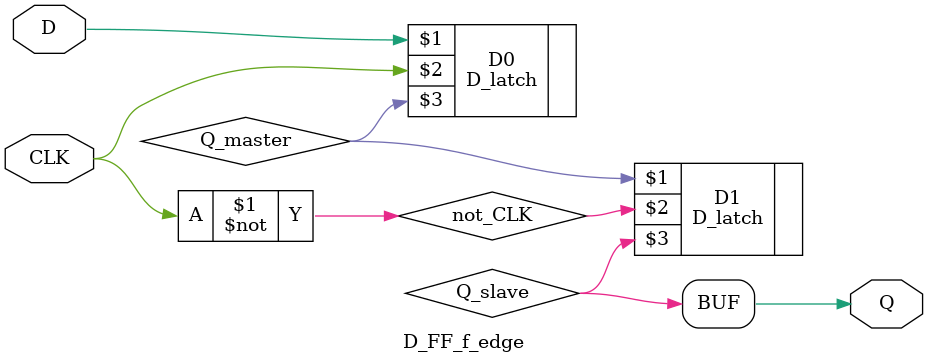
<source format=v>
`timescale 1ns / 1ps

module D_FF_f_edge(D, CLK, Q);

    input   D;
    input   CLK;
    output  Q;
    
    
    wire not_CLK;
    wire Q_master;
    wire Q_slave;
    
    assign not_CLK = ~CLK;
    
D_latch D0(D, CLK, Q_master);
D_latch D1(Q_master, not_CLK, Q_slave);

    assign Q = Q_slave;
    
  
endmodule

</source>
